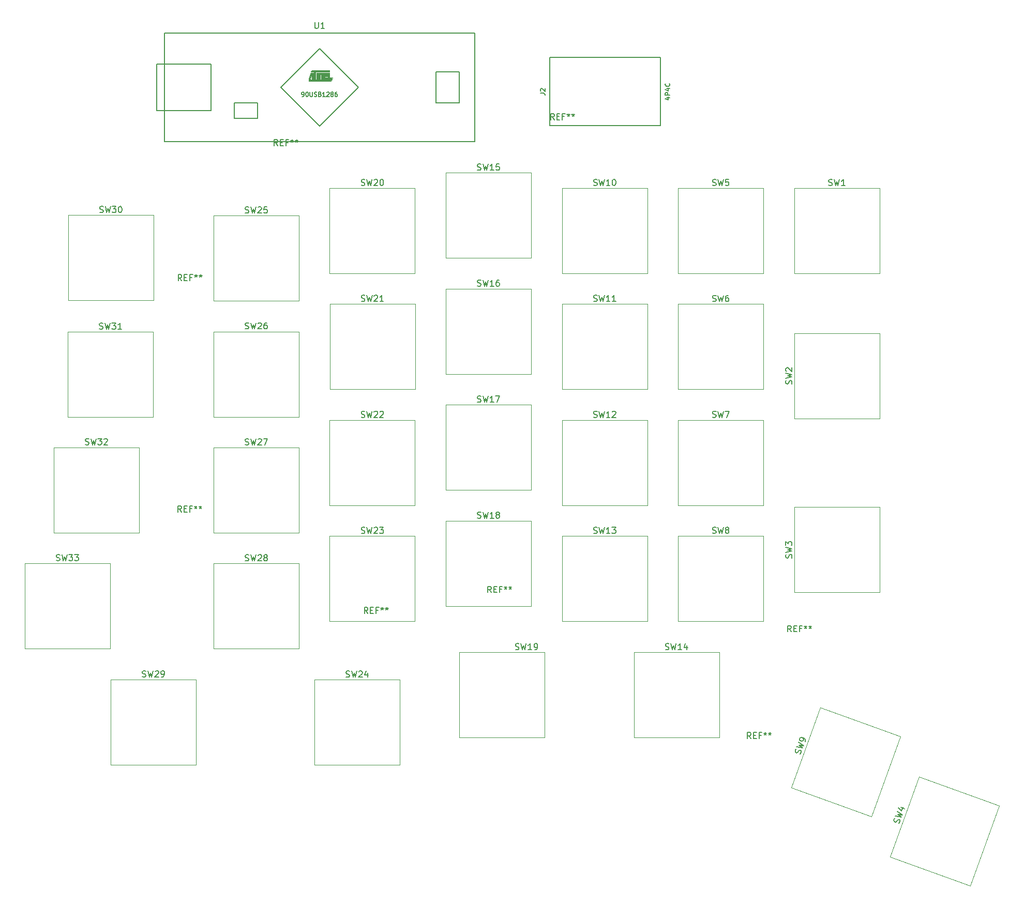
<source format=gto>
G04 #@! TF.GenerationSoftware,KiCad,Pcbnew,5.1.9-73d0e3b20d~88~ubuntu20.04.1*
G04 #@! TF.CreationDate,2021-01-19T00:22:37+03:00*
G04 #@! TF.ProjectId,jeaex-left,6a656165-782d-46c6-9566-742e6b696361,rev?*
G04 #@! TF.SameCoordinates,Original*
G04 #@! TF.FileFunction,Legend,Top*
G04 #@! TF.FilePolarity,Positive*
%FSLAX46Y46*%
G04 Gerber Fmt 4.6, Leading zero omitted, Abs format (unit mm)*
G04 Created by KiCad (PCBNEW 5.1.9-73d0e3b20d~88~ubuntu20.04.1) date 2021-01-19 00:22:37*
%MOMM*%
%LPD*%
G01*
G04 APERTURE LIST*
%ADD10C,0.150000*%
%ADD11C,0.100000*%
%ADD12C,0.120000*%
G04 APERTURE END LIST*
D10*
X140820000Y-83210000D02*
X140820000Y-75590000D01*
X131930000Y-75590000D02*
X131930000Y-83210000D01*
X140820000Y-75590000D02*
X131930000Y-75590000D01*
X140820000Y-83210000D02*
X131930000Y-83210000D01*
X144630000Y-84480000D02*
X148440000Y-84480000D01*
X148440000Y-84480000D02*
X148440000Y-83210000D01*
X148440000Y-83210000D02*
X148440000Y-81940000D01*
X148440000Y-81940000D02*
X144630000Y-81940000D01*
X144630000Y-81940000D02*
X144630000Y-84480000D01*
X181460000Y-81940000D02*
X177650000Y-81940000D01*
X177650000Y-81940000D02*
X177650000Y-76860000D01*
X177650000Y-76860000D02*
X181460000Y-76860000D01*
X181460000Y-76860000D02*
X181460000Y-81940000D01*
X158600000Y-85750000D02*
X152250000Y-79400000D01*
X152250000Y-79400000D02*
X158600000Y-73050000D01*
X158600000Y-73050000D02*
X164950000Y-79400000D01*
X164950000Y-79400000D02*
X158600000Y-85750000D01*
X133200000Y-70510000D02*
X184000000Y-70510000D01*
X184000000Y-70510000D02*
X184000000Y-88290000D01*
X184000000Y-88290000D02*
X133200000Y-88290000D01*
X133200000Y-88290000D02*
X133200000Y-70510000D01*
D11*
G36*
X157584000Y-78003000D02*
G01*
X157584000Y-76987000D01*
X157203000Y-76987000D01*
X156822000Y-78003000D01*
X157076000Y-78003000D01*
X157330000Y-77241000D01*
X157330000Y-78003000D01*
X157584000Y-78003000D01*
G37*
X157584000Y-78003000D02*
X157584000Y-76987000D01*
X157203000Y-76987000D01*
X156822000Y-78003000D01*
X157076000Y-78003000D01*
X157330000Y-77241000D01*
X157330000Y-78003000D01*
X157584000Y-78003000D01*
G36*
X159108000Y-78003000D02*
G01*
X159108000Y-76987000D01*
X158092000Y-76987000D01*
X158092000Y-78003000D01*
X158346000Y-78003000D01*
X158346000Y-77241000D01*
X158473000Y-77241000D01*
X158473000Y-78003000D01*
X158727000Y-78003000D01*
X158727000Y-77241000D01*
X158854000Y-77241000D01*
X158854000Y-78003000D01*
X159108000Y-78003000D01*
G37*
X159108000Y-78003000D02*
X159108000Y-76987000D01*
X158092000Y-76987000D01*
X158092000Y-78003000D01*
X158346000Y-78003000D01*
X158346000Y-77241000D01*
X158473000Y-77241000D01*
X158473000Y-78003000D01*
X158727000Y-78003000D01*
X158727000Y-77241000D01*
X158854000Y-77241000D01*
X158854000Y-78003000D01*
X159108000Y-78003000D01*
G36*
X160251000Y-76860000D02*
G01*
X157965000Y-76860000D01*
X157965000Y-78003000D01*
X157711000Y-78003000D01*
X157711000Y-76860000D01*
X157203000Y-76860000D01*
X157330000Y-76606000D01*
X160251000Y-76606000D01*
X160251000Y-76860000D01*
G37*
X160251000Y-76860000D02*
X157965000Y-76860000D01*
X157965000Y-78003000D01*
X157711000Y-78003000D01*
X157711000Y-76860000D01*
X157203000Y-76860000D01*
X157330000Y-76606000D01*
X160251000Y-76606000D01*
X160251000Y-76860000D01*
G36*
X159997000Y-76987000D02*
G01*
X159997000Y-78003000D01*
X160632000Y-78003000D01*
X160759000Y-77749000D01*
X160251000Y-77749000D01*
X160251000Y-76987000D01*
X159997000Y-76987000D01*
G37*
X159997000Y-76987000D02*
X159997000Y-78003000D01*
X160632000Y-78003000D01*
X160759000Y-77749000D01*
X160251000Y-77749000D01*
X160251000Y-76987000D01*
X159997000Y-76987000D01*
G36*
X159235000Y-76987000D02*
G01*
X159870000Y-76987000D01*
X159870000Y-77241000D01*
X159489000Y-77241000D01*
X159489000Y-77368000D01*
X159870000Y-77368000D01*
X159870000Y-77622000D01*
X159489000Y-77622000D01*
X159489000Y-77749000D01*
X159870000Y-77749000D01*
X159870000Y-78003000D01*
X159235000Y-78003000D01*
X159235000Y-76987000D01*
G37*
X159235000Y-76987000D02*
X159870000Y-76987000D01*
X159870000Y-77241000D01*
X159489000Y-77241000D01*
X159489000Y-77368000D01*
X159870000Y-77368000D01*
X159870000Y-77622000D01*
X159489000Y-77622000D01*
X159489000Y-77749000D01*
X159870000Y-77749000D01*
X159870000Y-78003000D01*
X159235000Y-78003000D01*
X159235000Y-76987000D01*
G36*
X156822000Y-78130000D02*
G01*
X160632000Y-78130000D01*
X160505000Y-78384000D01*
X156822000Y-78384000D01*
X156822000Y-78130000D01*
G37*
X156822000Y-78130000D02*
X160632000Y-78130000D01*
X160505000Y-78384000D01*
X156822000Y-78384000D01*
X156822000Y-78130000D01*
D10*
X214410000Y-74480000D02*
X196310000Y-74480000D01*
X196310000Y-74480000D02*
X196310000Y-85660000D01*
X196310000Y-85660000D02*
X214410000Y-85660000D01*
X214410000Y-85660000D02*
X214410000Y-74480000D01*
D12*
X236315000Y-109865000D02*
X236315000Y-95895000D01*
X250285000Y-109865000D02*
X236315000Y-109865000D01*
X250285000Y-95895000D02*
X250285000Y-109865000D01*
X236315000Y-95895000D02*
X250285000Y-95895000D01*
X250345000Y-133615000D02*
X236375000Y-133615000D01*
X250345000Y-119645000D02*
X250345000Y-133615000D01*
X236375000Y-119645000D02*
X250345000Y-119645000D01*
X236375000Y-133615000D02*
X236375000Y-119645000D01*
X236365000Y-162115000D02*
X236365000Y-148145000D01*
X236365000Y-148145000D02*
X250335000Y-148145000D01*
X250335000Y-148145000D02*
X250335000Y-162115000D01*
X250335000Y-162115000D02*
X236365000Y-162115000D01*
X251982144Y-205439024D02*
X256760165Y-192311518D01*
X256760165Y-192311518D02*
X269887671Y-197089539D01*
X269887671Y-197089539D02*
X265109650Y-210217045D01*
X265109650Y-210217045D02*
X251982144Y-205439024D01*
X217295000Y-109855000D02*
X217295000Y-95885000D01*
X231265000Y-109855000D02*
X217295000Y-109855000D01*
X231265000Y-95885000D02*
X231265000Y-109855000D01*
X217295000Y-95885000D02*
X231265000Y-95885000D01*
X217295000Y-128855000D02*
X217295000Y-114885000D01*
X231265000Y-128855000D02*
X217295000Y-128855000D01*
X231265000Y-114885000D02*
X231265000Y-128855000D01*
X217295000Y-114885000D02*
X231265000Y-114885000D01*
X217295000Y-133875000D02*
X231265000Y-133875000D01*
X231265000Y-133875000D02*
X231265000Y-147845000D01*
X231265000Y-147845000D02*
X217295000Y-147845000D01*
X217295000Y-147845000D02*
X217295000Y-133875000D01*
X217295000Y-152875000D02*
X231265000Y-152875000D01*
X231265000Y-152875000D02*
X231265000Y-166845000D01*
X231265000Y-166845000D02*
X217295000Y-166845000D01*
X217295000Y-166845000D02*
X217295000Y-152875000D01*
X248949650Y-198867045D02*
X235822144Y-194089024D01*
X253727671Y-185739539D02*
X248949650Y-198867045D01*
X240600165Y-180961518D02*
X253727671Y-185739539D01*
X235822144Y-194089024D02*
X240600165Y-180961518D01*
X198295000Y-109845000D02*
X198295000Y-95875000D01*
X212265000Y-109845000D02*
X198295000Y-109845000D01*
X212265000Y-95875000D02*
X212265000Y-109845000D01*
X198295000Y-95875000D02*
X212265000Y-95875000D01*
X198295000Y-128845000D02*
X198295000Y-114875000D01*
X212265000Y-128845000D02*
X198295000Y-128845000D01*
X212265000Y-114875000D02*
X212265000Y-128845000D01*
X198295000Y-114875000D02*
X212265000Y-114875000D01*
X198295000Y-147855000D02*
X198295000Y-133885000D01*
X212265000Y-147855000D02*
X198295000Y-147855000D01*
X212265000Y-133885000D02*
X212265000Y-147855000D01*
X198295000Y-133885000D02*
X212265000Y-133885000D01*
X198295000Y-152885000D02*
X212265000Y-152885000D01*
X212265000Y-152885000D02*
X212265000Y-166855000D01*
X212265000Y-166855000D02*
X198295000Y-166855000D01*
X198295000Y-166855000D02*
X198295000Y-152885000D01*
X210055000Y-185905000D02*
X210055000Y-171935000D01*
X224025000Y-185905000D02*
X210055000Y-185905000D01*
X224025000Y-171935000D02*
X224025000Y-185905000D01*
X210055000Y-171935000D02*
X224025000Y-171935000D01*
X179265000Y-107345000D02*
X179265000Y-93375000D01*
X193235000Y-107345000D02*
X179265000Y-107345000D01*
X193235000Y-93375000D02*
X193235000Y-107345000D01*
X179265000Y-93375000D02*
X193235000Y-93375000D01*
X179265000Y-112375000D02*
X193235000Y-112375000D01*
X193235000Y-112375000D02*
X193235000Y-126345000D01*
X193235000Y-126345000D02*
X179265000Y-126345000D01*
X179265000Y-126345000D02*
X179265000Y-112375000D01*
X179265000Y-131375000D02*
X193235000Y-131375000D01*
X193235000Y-131375000D02*
X193235000Y-145345000D01*
X193235000Y-145345000D02*
X179265000Y-145345000D01*
X179265000Y-145345000D02*
X179265000Y-131375000D01*
X179265000Y-150385000D02*
X193235000Y-150385000D01*
X193235000Y-150385000D02*
X193235000Y-164355000D01*
X193235000Y-164355000D02*
X179265000Y-164355000D01*
X179265000Y-164355000D02*
X179265000Y-150385000D01*
X181515000Y-185895000D02*
X181515000Y-171925000D01*
X195485000Y-185895000D02*
X181515000Y-185895000D01*
X195485000Y-171925000D02*
X195485000Y-185895000D01*
X181515000Y-171925000D02*
X195485000Y-171925000D01*
X160265000Y-95885000D02*
X174235000Y-95885000D01*
X174235000Y-95885000D02*
X174235000Y-109855000D01*
X174235000Y-109855000D02*
X160265000Y-109855000D01*
X160265000Y-109855000D02*
X160265000Y-95885000D01*
X160275000Y-114875000D02*
X174245000Y-114875000D01*
X174245000Y-114875000D02*
X174245000Y-128845000D01*
X174245000Y-128845000D02*
X160275000Y-128845000D01*
X160275000Y-128845000D02*
X160275000Y-114875000D01*
X160265000Y-133885000D02*
X174235000Y-133885000D01*
X174235000Y-133885000D02*
X174235000Y-147855000D01*
X174235000Y-147855000D02*
X160265000Y-147855000D01*
X160265000Y-147855000D02*
X160265000Y-133885000D01*
X160265000Y-152885000D02*
X174235000Y-152885000D01*
X174235000Y-152885000D02*
X174235000Y-166855000D01*
X174235000Y-166855000D02*
X160265000Y-166855000D01*
X160265000Y-166855000D02*
X160265000Y-152885000D01*
X157765000Y-176435000D02*
X171735000Y-176435000D01*
X171735000Y-176435000D02*
X171735000Y-190405000D01*
X171735000Y-190405000D02*
X157765000Y-190405000D01*
X157765000Y-190405000D02*
X157765000Y-176435000D01*
X141265000Y-100385000D02*
X155235000Y-100385000D01*
X155235000Y-100385000D02*
X155235000Y-114355000D01*
X155235000Y-114355000D02*
X141265000Y-114355000D01*
X141265000Y-114355000D02*
X141265000Y-100385000D01*
X141265000Y-133345000D02*
X141265000Y-119375000D01*
X155235000Y-133345000D02*
X141265000Y-133345000D01*
X155235000Y-119375000D02*
X155235000Y-133345000D01*
X141265000Y-119375000D02*
X155235000Y-119375000D01*
X141265000Y-152355000D02*
X141265000Y-138385000D01*
X155235000Y-152355000D02*
X141265000Y-152355000D01*
X155235000Y-138385000D02*
X155235000Y-152355000D01*
X141265000Y-138385000D02*
X155235000Y-138385000D01*
X141275000Y-171355000D02*
X141275000Y-157385000D01*
X155245000Y-171355000D02*
X141275000Y-171355000D01*
X155245000Y-157385000D02*
X155245000Y-171355000D01*
X141275000Y-157385000D02*
X155245000Y-157385000D01*
X124425000Y-190375000D02*
X124425000Y-176405000D01*
X138395000Y-190375000D02*
X124425000Y-190375000D01*
X138395000Y-176405000D02*
X138395000Y-190375000D01*
X124425000Y-176405000D02*
X138395000Y-176405000D01*
X117445000Y-114285000D02*
X117445000Y-100315000D01*
X131415000Y-114285000D02*
X117445000Y-114285000D01*
X131415000Y-100315000D02*
X131415000Y-114285000D01*
X117445000Y-100315000D02*
X131415000Y-100315000D01*
X117395000Y-119415000D02*
X131365000Y-119415000D01*
X131365000Y-119415000D02*
X131365000Y-133385000D01*
X131365000Y-133385000D02*
X117395000Y-133385000D01*
X117395000Y-133385000D02*
X117395000Y-119415000D01*
X115095000Y-138355000D02*
X129065000Y-138355000D01*
X129065000Y-138355000D02*
X129065000Y-152325000D01*
X129065000Y-152325000D02*
X115095000Y-152325000D01*
X115095000Y-152325000D02*
X115095000Y-138355000D01*
X110345000Y-157355000D02*
X124315000Y-157355000D01*
X124315000Y-157355000D02*
X124315000Y-171325000D01*
X124315000Y-171325000D02*
X110345000Y-171325000D01*
X110345000Y-171325000D02*
X110345000Y-157355000D01*
D10*
X229226666Y-186062380D02*
X228893333Y-185586190D01*
X228655238Y-186062380D02*
X228655238Y-185062380D01*
X229036190Y-185062380D01*
X229131428Y-185110000D01*
X229179047Y-185157619D01*
X229226666Y-185252857D01*
X229226666Y-185395714D01*
X229179047Y-185490952D01*
X229131428Y-185538571D01*
X229036190Y-185586190D01*
X228655238Y-185586190D01*
X229655238Y-185538571D02*
X229988571Y-185538571D01*
X230131428Y-186062380D02*
X229655238Y-186062380D01*
X229655238Y-185062380D01*
X230131428Y-185062380D01*
X230893333Y-185538571D02*
X230560000Y-185538571D01*
X230560000Y-186062380D02*
X230560000Y-185062380D01*
X231036190Y-185062380D01*
X231560000Y-185062380D02*
X231560000Y-185300476D01*
X231321904Y-185205238D02*
X231560000Y-185300476D01*
X231798095Y-185205238D01*
X231417142Y-185490952D02*
X231560000Y-185300476D01*
X231702857Y-185490952D01*
X232321904Y-185062380D02*
X232321904Y-185300476D01*
X232083809Y-185205238D02*
X232321904Y-185300476D01*
X232560000Y-185205238D01*
X232179047Y-185490952D02*
X232321904Y-185300476D01*
X232464761Y-185490952D01*
X235836666Y-168552380D02*
X235503333Y-168076190D01*
X235265238Y-168552380D02*
X235265238Y-167552380D01*
X235646190Y-167552380D01*
X235741428Y-167600000D01*
X235789047Y-167647619D01*
X235836666Y-167742857D01*
X235836666Y-167885714D01*
X235789047Y-167980952D01*
X235741428Y-168028571D01*
X235646190Y-168076190D01*
X235265238Y-168076190D01*
X236265238Y-168028571D02*
X236598571Y-168028571D01*
X236741428Y-168552380D02*
X236265238Y-168552380D01*
X236265238Y-167552380D01*
X236741428Y-167552380D01*
X237503333Y-168028571D02*
X237170000Y-168028571D01*
X237170000Y-168552380D02*
X237170000Y-167552380D01*
X237646190Y-167552380D01*
X238170000Y-167552380D02*
X238170000Y-167790476D01*
X237931904Y-167695238D02*
X238170000Y-167790476D01*
X238408095Y-167695238D01*
X238027142Y-167980952D02*
X238170000Y-167790476D01*
X238312857Y-167980952D01*
X238931904Y-167552380D02*
X238931904Y-167790476D01*
X238693809Y-167695238D02*
X238931904Y-167790476D01*
X239170000Y-167695238D01*
X238789047Y-167980952D02*
X238931904Y-167790476D01*
X239074761Y-167980952D01*
X186726666Y-162122380D02*
X186393333Y-161646190D01*
X186155238Y-162122380D02*
X186155238Y-161122380D01*
X186536190Y-161122380D01*
X186631428Y-161170000D01*
X186679047Y-161217619D01*
X186726666Y-161312857D01*
X186726666Y-161455714D01*
X186679047Y-161550952D01*
X186631428Y-161598571D01*
X186536190Y-161646190D01*
X186155238Y-161646190D01*
X187155238Y-161598571D02*
X187488571Y-161598571D01*
X187631428Y-162122380D02*
X187155238Y-162122380D01*
X187155238Y-161122380D01*
X187631428Y-161122380D01*
X188393333Y-161598571D02*
X188060000Y-161598571D01*
X188060000Y-162122380D02*
X188060000Y-161122380D01*
X188536190Y-161122380D01*
X189060000Y-161122380D02*
X189060000Y-161360476D01*
X188821904Y-161265238D02*
X189060000Y-161360476D01*
X189298095Y-161265238D01*
X188917142Y-161550952D02*
X189060000Y-161360476D01*
X189202857Y-161550952D01*
X189821904Y-161122380D02*
X189821904Y-161360476D01*
X189583809Y-161265238D02*
X189821904Y-161360476D01*
X190060000Y-161265238D01*
X189679047Y-161550952D02*
X189821904Y-161360476D01*
X189964761Y-161550952D01*
X166516666Y-165542380D02*
X166183333Y-165066190D01*
X165945238Y-165542380D02*
X165945238Y-164542380D01*
X166326190Y-164542380D01*
X166421428Y-164590000D01*
X166469047Y-164637619D01*
X166516666Y-164732857D01*
X166516666Y-164875714D01*
X166469047Y-164970952D01*
X166421428Y-165018571D01*
X166326190Y-165066190D01*
X165945238Y-165066190D01*
X166945238Y-165018571D02*
X167278571Y-165018571D01*
X167421428Y-165542380D02*
X166945238Y-165542380D01*
X166945238Y-164542380D01*
X167421428Y-164542380D01*
X168183333Y-165018571D02*
X167850000Y-165018571D01*
X167850000Y-165542380D02*
X167850000Y-164542380D01*
X168326190Y-164542380D01*
X168850000Y-164542380D02*
X168850000Y-164780476D01*
X168611904Y-164685238D02*
X168850000Y-164780476D01*
X169088095Y-164685238D01*
X168707142Y-164970952D02*
X168850000Y-164780476D01*
X168992857Y-164970952D01*
X169611904Y-164542380D02*
X169611904Y-164780476D01*
X169373809Y-164685238D02*
X169611904Y-164780476D01*
X169850000Y-164685238D01*
X169469047Y-164970952D02*
X169611904Y-164780476D01*
X169754761Y-164970952D01*
X136006666Y-148922380D02*
X135673333Y-148446190D01*
X135435238Y-148922380D02*
X135435238Y-147922380D01*
X135816190Y-147922380D01*
X135911428Y-147970000D01*
X135959047Y-148017619D01*
X136006666Y-148112857D01*
X136006666Y-148255714D01*
X135959047Y-148350952D01*
X135911428Y-148398571D01*
X135816190Y-148446190D01*
X135435238Y-148446190D01*
X136435238Y-148398571D02*
X136768571Y-148398571D01*
X136911428Y-148922380D02*
X136435238Y-148922380D01*
X136435238Y-147922380D01*
X136911428Y-147922380D01*
X137673333Y-148398571D02*
X137340000Y-148398571D01*
X137340000Y-148922380D02*
X137340000Y-147922380D01*
X137816190Y-147922380D01*
X138340000Y-147922380D02*
X138340000Y-148160476D01*
X138101904Y-148065238D02*
X138340000Y-148160476D01*
X138578095Y-148065238D01*
X138197142Y-148350952D02*
X138340000Y-148160476D01*
X138482857Y-148350952D01*
X139101904Y-147922380D02*
X139101904Y-148160476D01*
X138863809Y-148065238D02*
X139101904Y-148160476D01*
X139340000Y-148065238D01*
X138959047Y-148350952D02*
X139101904Y-148160476D01*
X139244761Y-148350952D01*
X136046666Y-111052380D02*
X135713333Y-110576190D01*
X135475238Y-111052380D02*
X135475238Y-110052380D01*
X135856190Y-110052380D01*
X135951428Y-110100000D01*
X135999047Y-110147619D01*
X136046666Y-110242857D01*
X136046666Y-110385714D01*
X135999047Y-110480952D01*
X135951428Y-110528571D01*
X135856190Y-110576190D01*
X135475238Y-110576190D01*
X136475238Y-110528571D02*
X136808571Y-110528571D01*
X136951428Y-111052380D02*
X136475238Y-111052380D01*
X136475238Y-110052380D01*
X136951428Y-110052380D01*
X137713333Y-110528571D02*
X137380000Y-110528571D01*
X137380000Y-111052380D02*
X137380000Y-110052380D01*
X137856190Y-110052380D01*
X138380000Y-110052380D02*
X138380000Y-110290476D01*
X138141904Y-110195238D02*
X138380000Y-110290476D01*
X138618095Y-110195238D01*
X138237142Y-110480952D02*
X138380000Y-110290476D01*
X138522857Y-110480952D01*
X139141904Y-110052380D02*
X139141904Y-110290476D01*
X138903809Y-110195238D02*
X139141904Y-110290476D01*
X139380000Y-110195238D01*
X138999047Y-110480952D02*
X139141904Y-110290476D01*
X139284761Y-110480952D01*
X151756666Y-88932380D02*
X151423333Y-88456190D01*
X151185238Y-88932380D02*
X151185238Y-87932380D01*
X151566190Y-87932380D01*
X151661428Y-87980000D01*
X151709047Y-88027619D01*
X151756666Y-88122857D01*
X151756666Y-88265714D01*
X151709047Y-88360952D01*
X151661428Y-88408571D01*
X151566190Y-88456190D01*
X151185238Y-88456190D01*
X152185238Y-88408571D02*
X152518571Y-88408571D01*
X152661428Y-88932380D02*
X152185238Y-88932380D01*
X152185238Y-87932380D01*
X152661428Y-87932380D01*
X153423333Y-88408571D02*
X153090000Y-88408571D01*
X153090000Y-88932380D02*
X153090000Y-87932380D01*
X153566190Y-87932380D01*
X154090000Y-87932380D02*
X154090000Y-88170476D01*
X153851904Y-88075238D02*
X154090000Y-88170476D01*
X154328095Y-88075238D01*
X153947142Y-88360952D02*
X154090000Y-88170476D01*
X154232857Y-88360952D01*
X154851904Y-87932380D02*
X154851904Y-88170476D01*
X154613809Y-88075238D02*
X154851904Y-88170476D01*
X155090000Y-88075238D01*
X154709047Y-88360952D02*
X154851904Y-88170476D01*
X154994761Y-88360952D01*
X197026666Y-84662380D02*
X196693333Y-84186190D01*
X196455238Y-84662380D02*
X196455238Y-83662380D01*
X196836190Y-83662380D01*
X196931428Y-83710000D01*
X196979047Y-83757619D01*
X197026666Y-83852857D01*
X197026666Y-83995714D01*
X196979047Y-84090952D01*
X196931428Y-84138571D01*
X196836190Y-84186190D01*
X196455238Y-84186190D01*
X197455238Y-84138571D02*
X197788571Y-84138571D01*
X197931428Y-84662380D02*
X197455238Y-84662380D01*
X197455238Y-83662380D01*
X197931428Y-83662380D01*
X198693333Y-84138571D02*
X198360000Y-84138571D01*
X198360000Y-84662380D02*
X198360000Y-83662380D01*
X198836190Y-83662380D01*
X199360000Y-83662380D02*
X199360000Y-83900476D01*
X199121904Y-83805238D02*
X199360000Y-83900476D01*
X199598095Y-83805238D01*
X199217142Y-84090952D02*
X199360000Y-83900476D01*
X199502857Y-84090952D01*
X200121904Y-83662380D02*
X200121904Y-83900476D01*
X199883809Y-83805238D02*
X200121904Y-83900476D01*
X200360000Y-83805238D01*
X199979047Y-84090952D02*
X200121904Y-83900476D01*
X200264761Y-84090952D01*
X157838095Y-68692380D02*
X157838095Y-69501904D01*
X157885714Y-69597142D01*
X157933333Y-69644761D01*
X158028571Y-69692380D01*
X158219047Y-69692380D01*
X158314285Y-69644761D01*
X158361904Y-69597142D01*
X158409523Y-69501904D01*
X158409523Y-68692380D01*
X159409523Y-69692380D02*
X158838095Y-69692380D01*
X159123809Y-69692380D02*
X159123809Y-68692380D01*
X159028571Y-68835238D01*
X158933333Y-68930476D01*
X158838095Y-68978095D01*
X155750000Y-80859666D02*
X155883333Y-80859666D01*
X155950000Y-80826333D01*
X155983333Y-80793000D01*
X156050000Y-80693000D01*
X156083333Y-80559666D01*
X156083333Y-80293000D01*
X156050000Y-80226333D01*
X156016666Y-80193000D01*
X155950000Y-80159666D01*
X155816666Y-80159666D01*
X155750000Y-80193000D01*
X155716666Y-80226333D01*
X155683333Y-80293000D01*
X155683333Y-80459666D01*
X155716666Y-80526333D01*
X155750000Y-80559666D01*
X155816666Y-80593000D01*
X155950000Y-80593000D01*
X156016666Y-80559666D01*
X156050000Y-80526333D01*
X156083333Y-80459666D01*
X156516666Y-80159666D02*
X156583333Y-80159666D01*
X156650000Y-80193000D01*
X156683333Y-80226333D01*
X156716666Y-80293000D01*
X156750000Y-80426333D01*
X156750000Y-80593000D01*
X156716666Y-80726333D01*
X156683333Y-80793000D01*
X156650000Y-80826333D01*
X156583333Y-80859666D01*
X156516666Y-80859666D01*
X156450000Y-80826333D01*
X156416666Y-80793000D01*
X156383333Y-80726333D01*
X156350000Y-80593000D01*
X156350000Y-80426333D01*
X156383333Y-80293000D01*
X156416666Y-80226333D01*
X156450000Y-80193000D01*
X156516666Y-80159666D01*
X157050000Y-80159666D02*
X157050000Y-80726333D01*
X157083333Y-80793000D01*
X157116666Y-80826333D01*
X157183333Y-80859666D01*
X157316666Y-80859666D01*
X157383333Y-80826333D01*
X157416666Y-80793000D01*
X157450000Y-80726333D01*
X157450000Y-80159666D01*
X157750000Y-80826333D02*
X157850000Y-80859666D01*
X158016666Y-80859666D01*
X158083333Y-80826333D01*
X158116666Y-80793000D01*
X158150000Y-80726333D01*
X158150000Y-80659666D01*
X158116666Y-80593000D01*
X158083333Y-80559666D01*
X158016666Y-80526333D01*
X157883333Y-80493000D01*
X157816666Y-80459666D01*
X157783333Y-80426333D01*
X157750000Y-80359666D01*
X157750000Y-80293000D01*
X157783333Y-80226333D01*
X157816666Y-80193000D01*
X157883333Y-80159666D01*
X158050000Y-80159666D01*
X158150000Y-80193000D01*
X158683333Y-80493000D02*
X158783333Y-80526333D01*
X158816666Y-80559666D01*
X158850000Y-80626333D01*
X158850000Y-80726333D01*
X158816666Y-80793000D01*
X158783333Y-80826333D01*
X158716666Y-80859666D01*
X158450000Y-80859666D01*
X158450000Y-80159666D01*
X158683333Y-80159666D01*
X158750000Y-80193000D01*
X158783333Y-80226333D01*
X158816666Y-80293000D01*
X158816666Y-80359666D01*
X158783333Y-80426333D01*
X158750000Y-80459666D01*
X158683333Y-80493000D01*
X158450000Y-80493000D01*
X159516666Y-80859666D02*
X159116666Y-80859666D01*
X159316666Y-80859666D02*
X159316666Y-80159666D01*
X159250000Y-80259666D01*
X159183333Y-80326333D01*
X159116666Y-80359666D01*
X159783333Y-80226333D02*
X159816666Y-80193000D01*
X159883333Y-80159666D01*
X160050000Y-80159666D01*
X160116666Y-80193000D01*
X160150000Y-80226333D01*
X160183333Y-80293000D01*
X160183333Y-80359666D01*
X160150000Y-80459666D01*
X159750000Y-80859666D01*
X160183333Y-80859666D01*
X160583333Y-80459666D02*
X160516666Y-80426333D01*
X160483333Y-80393000D01*
X160450000Y-80326333D01*
X160450000Y-80293000D01*
X160483333Y-80226333D01*
X160516666Y-80193000D01*
X160583333Y-80159666D01*
X160716666Y-80159666D01*
X160783333Y-80193000D01*
X160816666Y-80226333D01*
X160850000Y-80293000D01*
X160850000Y-80326333D01*
X160816666Y-80393000D01*
X160783333Y-80426333D01*
X160716666Y-80459666D01*
X160583333Y-80459666D01*
X160516666Y-80493000D01*
X160483333Y-80526333D01*
X160450000Y-80593000D01*
X160450000Y-80726333D01*
X160483333Y-80793000D01*
X160516666Y-80826333D01*
X160583333Y-80859666D01*
X160716666Y-80859666D01*
X160783333Y-80826333D01*
X160816666Y-80793000D01*
X160850000Y-80726333D01*
X160850000Y-80593000D01*
X160816666Y-80526333D01*
X160783333Y-80493000D01*
X160716666Y-80459666D01*
X161450000Y-80159666D02*
X161316666Y-80159666D01*
X161250000Y-80193000D01*
X161216666Y-80226333D01*
X161150000Y-80326333D01*
X161116666Y-80459666D01*
X161116666Y-80726333D01*
X161150000Y-80793000D01*
X161183333Y-80826333D01*
X161250000Y-80859666D01*
X161383333Y-80859666D01*
X161450000Y-80826333D01*
X161483333Y-80793000D01*
X161516666Y-80726333D01*
X161516666Y-80559666D01*
X161483333Y-80493000D01*
X161450000Y-80459666D01*
X161383333Y-80426333D01*
X161250000Y-80426333D01*
X161183333Y-80459666D01*
X161150000Y-80493000D01*
X161116666Y-80559666D01*
X194749285Y-80320000D02*
X195285000Y-80320000D01*
X195392142Y-80355714D01*
X195463571Y-80427142D01*
X195499285Y-80534285D01*
X195499285Y-80605714D01*
X194820714Y-79998571D02*
X194785000Y-79962857D01*
X194749285Y-79891428D01*
X194749285Y-79712857D01*
X194785000Y-79641428D01*
X194820714Y-79605714D01*
X194892142Y-79570000D01*
X194963571Y-79570000D01*
X195070714Y-79605714D01*
X195499285Y-80034285D01*
X195499285Y-79570000D01*
X215449285Y-81034285D02*
X215949285Y-81034285D01*
X215163571Y-81212857D02*
X215699285Y-81391428D01*
X215699285Y-80927142D01*
X215949285Y-80641428D02*
X215199285Y-80641428D01*
X215199285Y-80355714D01*
X215235000Y-80284285D01*
X215270714Y-80248571D01*
X215342142Y-80212857D01*
X215449285Y-80212857D01*
X215520714Y-80248571D01*
X215556428Y-80284285D01*
X215592142Y-80355714D01*
X215592142Y-80641428D01*
X215449285Y-79570000D02*
X215949285Y-79570000D01*
X215163571Y-79748571D02*
X215699285Y-79927142D01*
X215699285Y-79462857D01*
X215877857Y-78748571D02*
X215913571Y-78784285D01*
X215949285Y-78891428D01*
X215949285Y-78962857D01*
X215913571Y-79070000D01*
X215842142Y-79141428D01*
X215770714Y-79177142D01*
X215627857Y-79212857D01*
X215520714Y-79212857D01*
X215377857Y-79177142D01*
X215306428Y-79141428D01*
X215235000Y-79070000D01*
X215199285Y-78962857D01*
X215199285Y-78891428D01*
X215235000Y-78784285D01*
X215270714Y-78748571D01*
X241966666Y-95410761D02*
X242109523Y-95458380D01*
X242347619Y-95458380D01*
X242442857Y-95410761D01*
X242490476Y-95363142D01*
X242538095Y-95267904D01*
X242538095Y-95172666D01*
X242490476Y-95077428D01*
X242442857Y-95029809D01*
X242347619Y-94982190D01*
X242157142Y-94934571D01*
X242061904Y-94886952D01*
X242014285Y-94839333D01*
X241966666Y-94744095D01*
X241966666Y-94648857D01*
X242014285Y-94553619D01*
X242061904Y-94506000D01*
X242157142Y-94458380D01*
X242395238Y-94458380D01*
X242538095Y-94506000D01*
X242871428Y-94458380D02*
X243109523Y-95458380D01*
X243300000Y-94744095D01*
X243490476Y-95458380D01*
X243728571Y-94458380D01*
X244633333Y-95458380D02*
X244061904Y-95458380D01*
X244347619Y-95458380D02*
X244347619Y-94458380D01*
X244252380Y-94601238D01*
X244157142Y-94696476D01*
X244061904Y-94744095D01*
X235890761Y-127963333D02*
X235938380Y-127820476D01*
X235938380Y-127582380D01*
X235890761Y-127487142D01*
X235843142Y-127439523D01*
X235747904Y-127391904D01*
X235652666Y-127391904D01*
X235557428Y-127439523D01*
X235509809Y-127487142D01*
X235462190Y-127582380D01*
X235414571Y-127772857D01*
X235366952Y-127868095D01*
X235319333Y-127915714D01*
X235224095Y-127963333D01*
X235128857Y-127963333D01*
X235033619Y-127915714D01*
X234986000Y-127868095D01*
X234938380Y-127772857D01*
X234938380Y-127534761D01*
X234986000Y-127391904D01*
X234938380Y-127058571D02*
X235938380Y-126820476D01*
X235224095Y-126630000D01*
X235938380Y-126439523D01*
X234938380Y-126201428D01*
X235033619Y-125868095D02*
X234986000Y-125820476D01*
X234938380Y-125725238D01*
X234938380Y-125487142D01*
X234986000Y-125391904D01*
X235033619Y-125344285D01*
X235128857Y-125296666D01*
X235224095Y-125296666D01*
X235366952Y-125344285D01*
X235938380Y-125915714D01*
X235938380Y-125296666D01*
X235880761Y-156463333D02*
X235928380Y-156320476D01*
X235928380Y-156082380D01*
X235880761Y-155987142D01*
X235833142Y-155939523D01*
X235737904Y-155891904D01*
X235642666Y-155891904D01*
X235547428Y-155939523D01*
X235499809Y-155987142D01*
X235452190Y-156082380D01*
X235404571Y-156272857D01*
X235356952Y-156368095D01*
X235309333Y-156415714D01*
X235214095Y-156463333D01*
X235118857Y-156463333D01*
X235023619Y-156415714D01*
X234976000Y-156368095D01*
X234928380Y-156272857D01*
X234928380Y-156034761D01*
X234976000Y-155891904D01*
X234928380Y-155558571D02*
X235928380Y-155320476D01*
X235214095Y-155130000D01*
X235928380Y-154939523D01*
X234928380Y-154701428D01*
X234928380Y-154415714D02*
X234928380Y-153796666D01*
X235309333Y-154130000D01*
X235309333Y-153987142D01*
X235356952Y-153891904D01*
X235404571Y-153844285D01*
X235499809Y-153796666D01*
X235737904Y-153796666D01*
X235833142Y-153844285D01*
X235880761Y-153891904D01*
X235928380Y-153987142D01*
X235928380Y-154272857D01*
X235880761Y-154368095D01*
X235833142Y-154415714D01*
X253460092Y-199962575D02*
X253553700Y-199844620D01*
X253635133Y-199620883D01*
X253622959Y-199515102D01*
X253594499Y-199454068D01*
X253521291Y-199376747D01*
X253431796Y-199344174D01*
X253326015Y-199356348D01*
X253264981Y-199384809D01*
X253187660Y-199458017D01*
X253077766Y-199620719D01*
X253000446Y-199693927D01*
X252939412Y-199722387D01*
X252833631Y-199734561D01*
X252744136Y-199701988D01*
X252670928Y-199624667D01*
X252642468Y-199563633D01*
X252630294Y-199457852D01*
X252711727Y-199234116D01*
X252805334Y-199116161D01*
X252874594Y-198786643D02*
X253895720Y-198904927D01*
X253289658Y-198481638D01*
X254026013Y-198546949D01*
X253167754Y-197981192D01*
X253757858Y-197334496D02*
X254384320Y-197562509D01*
X253318447Y-197427938D02*
X253908222Y-197895975D01*
X254119949Y-197314260D01*
X222946666Y-95400761D02*
X223089523Y-95448380D01*
X223327619Y-95448380D01*
X223422857Y-95400761D01*
X223470476Y-95353142D01*
X223518095Y-95257904D01*
X223518095Y-95162666D01*
X223470476Y-95067428D01*
X223422857Y-95019809D01*
X223327619Y-94972190D01*
X223137142Y-94924571D01*
X223041904Y-94876952D01*
X222994285Y-94829333D01*
X222946666Y-94734095D01*
X222946666Y-94638857D01*
X222994285Y-94543619D01*
X223041904Y-94496000D01*
X223137142Y-94448380D01*
X223375238Y-94448380D01*
X223518095Y-94496000D01*
X223851428Y-94448380D02*
X224089523Y-95448380D01*
X224280000Y-94734095D01*
X224470476Y-95448380D01*
X224708571Y-94448380D01*
X225565714Y-94448380D02*
X225089523Y-94448380D01*
X225041904Y-94924571D01*
X225089523Y-94876952D01*
X225184761Y-94829333D01*
X225422857Y-94829333D01*
X225518095Y-94876952D01*
X225565714Y-94924571D01*
X225613333Y-95019809D01*
X225613333Y-95257904D01*
X225565714Y-95353142D01*
X225518095Y-95400761D01*
X225422857Y-95448380D01*
X225184761Y-95448380D01*
X225089523Y-95400761D01*
X225041904Y-95353142D01*
X222946666Y-114400761D02*
X223089523Y-114448380D01*
X223327619Y-114448380D01*
X223422857Y-114400761D01*
X223470476Y-114353142D01*
X223518095Y-114257904D01*
X223518095Y-114162666D01*
X223470476Y-114067428D01*
X223422857Y-114019809D01*
X223327619Y-113972190D01*
X223137142Y-113924571D01*
X223041904Y-113876952D01*
X222994285Y-113829333D01*
X222946666Y-113734095D01*
X222946666Y-113638857D01*
X222994285Y-113543619D01*
X223041904Y-113496000D01*
X223137142Y-113448380D01*
X223375238Y-113448380D01*
X223518095Y-113496000D01*
X223851428Y-113448380D02*
X224089523Y-114448380D01*
X224280000Y-113734095D01*
X224470476Y-114448380D01*
X224708571Y-113448380D01*
X225518095Y-113448380D02*
X225327619Y-113448380D01*
X225232380Y-113496000D01*
X225184761Y-113543619D01*
X225089523Y-113686476D01*
X225041904Y-113876952D01*
X225041904Y-114257904D01*
X225089523Y-114353142D01*
X225137142Y-114400761D01*
X225232380Y-114448380D01*
X225422857Y-114448380D01*
X225518095Y-114400761D01*
X225565714Y-114353142D01*
X225613333Y-114257904D01*
X225613333Y-114019809D01*
X225565714Y-113924571D01*
X225518095Y-113876952D01*
X225422857Y-113829333D01*
X225232380Y-113829333D01*
X225137142Y-113876952D01*
X225089523Y-113924571D01*
X225041904Y-114019809D01*
X222946666Y-133390761D02*
X223089523Y-133438380D01*
X223327619Y-133438380D01*
X223422857Y-133390761D01*
X223470476Y-133343142D01*
X223518095Y-133247904D01*
X223518095Y-133152666D01*
X223470476Y-133057428D01*
X223422857Y-133009809D01*
X223327619Y-132962190D01*
X223137142Y-132914571D01*
X223041904Y-132866952D01*
X222994285Y-132819333D01*
X222946666Y-132724095D01*
X222946666Y-132628857D01*
X222994285Y-132533619D01*
X223041904Y-132486000D01*
X223137142Y-132438380D01*
X223375238Y-132438380D01*
X223518095Y-132486000D01*
X223851428Y-132438380D02*
X224089523Y-133438380D01*
X224280000Y-132724095D01*
X224470476Y-133438380D01*
X224708571Y-132438380D01*
X224994285Y-132438380D02*
X225660952Y-132438380D01*
X225232380Y-133438380D01*
X222946666Y-152390761D02*
X223089523Y-152438380D01*
X223327619Y-152438380D01*
X223422857Y-152390761D01*
X223470476Y-152343142D01*
X223518095Y-152247904D01*
X223518095Y-152152666D01*
X223470476Y-152057428D01*
X223422857Y-152009809D01*
X223327619Y-151962190D01*
X223137142Y-151914571D01*
X223041904Y-151866952D01*
X222994285Y-151819333D01*
X222946666Y-151724095D01*
X222946666Y-151628857D01*
X222994285Y-151533619D01*
X223041904Y-151486000D01*
X223137142Y-151438380D01*
X223375238Y-151438380D01*
X223518095Y-151486000D01*
X223851428Y-151438380D02*
X224089523Y-152438380D01*
X224280000Y-151724095D01*
X224470476Y-152438380D01*
X224708571Y-151438380D01*
X225232380Y-151866952D02*
X225137142Y-151819333D01*
X225089523Y-151771714D01*
X225041904Y-151676476D01*
X225041904Y-151628857D01*
X225089523Y-151533619D01*
X225137142Y-151486000D01*
X225232380Y-151438380D01*
X225422857Y-151438380D01*
X225518095Y-151486000D01*
X225565714Y-151533619D01*
X225613333Y-151628857D01*
X225613333Y-151676476D01*
X225565714Y-151771714D01*
X225518095Y-151819333D01*
X225422857Y-151866952D01*
X225232380Y-151866952D01*
X225137142Y-151914571D01*
X225089523Y-151962190D01*
X225041904Y-152057428D01*
X225041904Y-152247904D01*
X225089523Y-152343142D01*
X225137142Y-152390761D01*
X225232380Y-152438380D01*
X225422857Y-152438380D01*
X225518095Y-152390761D01*
X225565714Y-152343142D01*
X225613333Y-152247904D01*
X225613333Y-152057428D01*
X225565714Y-151962190D01*
X225518095Y-151914571D01*
X225422857Y-151866952D01*
X237300092Y-188612575D02*
X237393700Y-188494620D01*
X237475133Y-188270883D01*
X237462959Y-188165102D01*
X237434499Y-188104068D01*
X237361291Y-188026747D01*
X237271796Y-187994174D01*
X237166015Y-188006348D01*
X237104981Y-188034809D01*
X237027660Y-188108017D01*
X236917766Y-188270719D01*
X236840446Y-188343927D01*
X236779412Y-188372387D01*
X236673631Y-188384561D01*
X236584136Y-188351988D01*
X236510928Y-188274667D01*
X236482468Y-188213633D01*
X236470294Y-188107852D01*
X236551727Y-187884116D01*
X236645334Y-187766161D01*
X236714594Y-187436643D02*
X237735720Y-187554927D01*
X237129658Y-187131638D01*
X237866013Y-187196949D01*
X237007754Y-186631192D01*
X238094027Y-186570487D02*
X238159173Y-186391498D01*
X238146999Y-186285717D01*
X238118539Y-186224683D01*
X238016870Y-186086328D01*
X237854168Y-185976434D01*
X237496190Y-185846141D01*
X237390409Y-185858315D01*
X237329375Y-185886775D01*
X237252054Y-185959983D01*
X237186907Y-186138972D01*
X237199081Y-186244754D01*
X237227542Y-186305788D01*
X237300750Y-186383108D01*
X237524486Y-186464542D01*
X237630267Y-186452368D01*
X237691301Y-186423907D01*
X237768622Y-186350699D01*
X237833769Y-186171710D01*
X237821595Y-186065929D01*
X237793134Y-186004895D01*
X237719926Y-185927574D01*
X203470476Y-95390761D02*
X203613333Y-95438380D01*
X203851428Y-95438380D01*
X203946666Y-95390761D01*
X203994285Y-95343142D01*
X204041904Y-95247904D01*
X204041904Y-95152666D01*
X203994285Y-95057428D01*
X203946666Y-95009809D01*
X203851428Y-94962190D01*
X203660952Y-94914571D01*
X203565714Y-94866952D01*
X203518095Y-94819333D01*
X203470476Y-94724095D01*
X203470476Y-94628857D01*
X203518095Y-94533619D01*
X203565714Y-94486000D01*
X203660952Y-94438380D01*
X203899047Y-94438380D01*
X204041904Y-94486000D01*
X204375238Y-94438380D02*
X204613333Y-95438380D01*
X204803809Y-94724095D01*
X204994285Y-95438380D01*
X205232380Y-94438380D01*
X206137142Y-95438380D02*
X205565714Y-95438380D01*
X205851428Y-95438380D02*
X205851428Y-94438380D01*
X205756190Y-94581238D01*
X205660952Y-94676476D01*
X205565714Y-94724095D01*
X206756190Y-94438380D02*
X206851428Y-94438380D01*
X206946666Y-94486000D01*
X206994285Y-94533619D01*
X207041904Y-94628857D01*
X207089523Y-94819333D01*
X207089523Y-95057428D01*
X207041904Y-95247904D01*
X206994285Y-95343142D01*
X206946666Y-95390761D01*
X206851428Y-95438380D01*
X206756190Y-95438380D01*
X206660952Y-95390761D01*
X206613333Y-95343142D01*
X206565714Y-95247904D01*
X206518095Y-95057428D01*
X206518095Y-94819333D01*
X206565714Y-94628857D01*
X206613333Y-94533619D01*
X206660952Y-94486000D01*
X206756190Y-94438380D01*
X203470476Y-114390761D02*
X203613333Y-114438380D01*
X203851428Y-114438380D01*
X203946666Y-114390761D01*
X203994285Y-114343142D01*
X204041904Y-114247904D01*
X204041904Y-114152666D01*
X203994285Y-114057428D01*
X203946666Y-114009809D01*
X203851428Y-113962190D01*
X203660952Y-113914571D01*
X203565714Y-113866952D01*
X203518095Y-113819333D01*
X203470476Y-113724095D01*
X203470476Y-113628857D01*
X203518095Y-113533619D01*
X203565714Y-113486000D01*
X203660952Y-113438380D01*
X203899047Y-113438380D01*
X204041904Y-113486000D01*
X204375238Y-113438380D02*
X204613333Y-114438380D01*
X204803809Y-113724095D01*
X204994285Y-114438380D01*
X205232380Y-113438380D01*
X206137142Y-114438380D02*
X205565714Y-114438380D01*
X205851428Y-114438380D02*
X205851428Y-113438380D01*
X205756190Y-113581238D01*
X205660952Y-113676476D01*
X205565714Y-113724095D01*
X207089523Y-114438380D02*
X206518095Y-114438380D01*
X206803809Y-114438380D02*
X206803809Y-113438380D01*
X206708571Y-113581238D01*
X206613333Y-113676476D01*
X206518095Y-113724095D01*
X203470476Y-133400761D02*
X203613333Y-133448380D01*
X203851428Y-133448380D01*
X203946666Y-133400761D01*
X203994285Y-133353142D01*
X204041904Y-133257904D01*
X204041904Y-133162666D01*
X203994285Y-133067428D01*
X203946666Y-133019809D01*
X203851428Y-132972190D01*
X203660952Y-132924571D01*
X203565714Y-132876952D01*
X203518095Y-132829333D01*
X203470476Y-132734095D01*
X203470476Y-132638857D01*
X203518095Y-132543619D01*
X203565714Y-132496000D01*
X203660952Y-132448380D01*
X203899047Y-132448380D01*
X204041904Y-132496000D01*
X204375238Y-132448380D02*
X204613333Y-133448380D01*
X204803809Y-132734095D01*
X204994285Y-133448380D01*
X205232380Y-132448380D01*
X206137142Y-133448380D02*
X205565714Y-133448380D01*
X205851428Y-133448380D02*
X205851428Y-132448380D01*
X205756190Y-132591238D01*
X205660952Y-132686476D01*
X205565714Y-132734095D01*
X206518095Y-132543619D02*
X206565714Y-132496000D01*
X206660952Y-132448380D01*
X206899047Y-132448380D01*
X206994285Y-132496000D01*
X207041904Y-132543619D01*
X207089523Y-132638857D01*
X207089523Y-132734095D01*
X207041904Y-132876952D01*
X206470476Y-133448380D01*
X207089523Y-133448380D01*
X203470476Y-152400761D02*
X203613333Y-152448380D01*
X203851428Y-152448380D01*
X203946666Y-152400761D01*
X203994285Y-152353142D01*
X204041904Y-152257904D01*
X204041904Y-152162666D01*
X203994285Y-152067428D01*
X203946666Y-152019809D01*
X203851428Y-151972190D01*
X203660952Y-151924571D01*
X203565714Y-151876952D01*
X203518095Y-151829333D01*
X203470476Y-151734095D01*
X203470476Y-151638857D01*
X203518095Y-151543619D01*
X203565714Y-151496000D01*
X203660952Y-151448380D01*
X203899047Y-151448380D01*
X204041904Y-151496000D01*
X204375238Y-151448380D02*
X204613333Y-152448380D01*
X204803809Y-151734095D01*
X204994285Y-152448380D01*
X205232380Y-151448380D01*
X206137142Y-152448380D02*
X205565714Y-152448380D01*
X205851428Y-152448380D02*
X205851428Y-151448380D01*
X205756190Y-151591238D01*
X205660952Y-151686476D01*
X205565714Y-151734095D01*
X206470476Y-151448380D02*
X207089523Y-151448380D01*
X206756190Y-151829333D01*
X206899047Y-151829333D01*
X206994285Y-151876952D01*
X207041904Y-151924571D01*
X207089523Y-152019809D01*
X207089523Y-152257904D01*
X207041904Y-152353142D01*
X206994285Y-152400761D01*
X206899047Y-152448380D01*
X206613333Y-152448380D01*
X206518095Y-152400761D01*
X206470476Y-152353142D01*
X215230476Y-171450761D02*
X215373333Y-171498380D01*
X215611428Y-171498380D01*
X215706666Y-171450761D01*
X215754285Y-171403142D01*
X215801904Y-171307904D01*
X215801904Y-171212666D01*
X215754285Y-171117428D01*
X215706666Y-171069809D01*
X215611428Y-171022190D01*
X215420952Y-170974571D01*
X215325714Y-170926952D01*
X215278095Y-170879333D01*
X215230476Y-170784095D01*
X215230476Y-170688857D01*
X215278095Y-170593619D01*
X215325714Y-170546000D01*
X215420952Y-170498380D01*
X215659047Y-170498380D01*
X215801904Y-170546000D01*
X216135238Y-170498380D02*
X216373333Y-171498380D01*
X216563809Y-170784095D01*
X216754285Y-171498380D01*
X216992380Y-170498380D01*
X217897142Y-171498380D02*
X217325714Y-171498380D01*
X217611428Y-171498380D02*
X217611428Y-170498380D01*
X217516190Y-170641238D01*
X217420952Y-170736476D01*
X217325714Y-170784095D01*
X218754285Y-170831714D02*
X218754285Y-171498380D01*
X218516190Y-170450761D02*
X218278095Y-171165047D01*
X218897142Y-171165047D01*
X184440476Y-92890761D02*
X184583333Y-92938380D01*
X184821428Y-92938380D01*
X184916666Y-92890761D01*
X184964285Y-92843142D01*
X185011904Y-92747904D01*
X185011904Y-92652666D01*
X184964285Y-92557428D01*
X184916666Y-92509809D01*
X184821428Y-92462190D01*
X184630952Y-92414571D01*
X184535714Y-92366952D01*
X184488095Y-92319333D01*
X184440476Y-92224095D01*
X184440476Y-92128857D01*
X184488095Y-92033619D01*
X184535714Y-91986000D01*
X184630952Y-91938380D01*
X184869047Y-91938380D01*
X185011904Y-91986000D01*
X185345238Y-91938380D02*
X185583333Y-92938380D01*
X185773809Y-92224095D01*
X185964285Y-92938380D01*
X186202380Y-91938380D01*
X187107142Y-92938380D02*
X186535714Y-92938380D01*
X186821428Y-92938380D02*
X186821428Y-91938380D01*
X186726190Y-92081238D01*
X186630952Y-92176476D01*
X186535714Y-92224095D01*
X188011904Y-91938380D02*
X187535714Y-91938380D01*
X187488095Y-92414571D01*
X187535714Y-92366952D01*
X187630952Y-92319333D01*
X187869047Y-92319333D01*
X187964285Y-92366952D01*
X188011904Y-92414571D01*
X188059523Y-92509809D01*
X188059523Y-92747904D01*
X188011904Y-92843142D01*
X187964285Y-92890761D01*
X187869047Y-92938380D01*
X187630952Y-92938380D01*
X187535714Y-92890761D01*
X187488095Y-92843142D01*
X184440476Y-111890761D02*
X184583333Y-111938380D01*
X184821428Y-111938380D01*
X184916666Y-111890761D01*
X184964285Y-111843142D01*
X185011904Y-111747904D01*
X185011904Y-111652666D01*
X184964285Y-111557428D01*
X184916666Y-111509809D01*
X184821428Y-111462190D01*
X184630952Y-111414571D01*
X184535714Y-111366952D01*
X184488095Y-111319333D01*
X184440476Y-111224095D01*
X184440476Y-111128857D01*
X184488095Y-111033619D01*
X184535714Y-110986000D01*
X184630952Y-110938380D01*
X184869047Y-110938380D01*
X185011904Y-110986000D01*
X185345238Y-110938380D02*
X185583333Y-111938380D01*
X185773809Y-111224095D01*
X185964285Y-111938380D01*
X186202380Y-110938380D01*
X187107142Y-111938380D02*
X186535714Y-111938380D01*
X186821428Y-111938380D02*
X186821428Y-110938380D01*
X186726190Y-111081238D01*
X186630952Y-111176476D01*
X186535714Y-111224095D01*
X187964285Y-110938380D02*
X187773809Y-110938380D01*
X187678571Y-110986000D01*
X187630952Y-111033619D01*
X187535714Y-111176476D01*
X187488095Y-111366952D01*
X187488095Y-111747904D01*
X187535714Y-111843142D01*
X187583333Y-111890761D01*
X187678571Y-111938380D01*
X187869047Y-111938380D01*
X187964285Y-111890761D01*
X188011904Y-111843142D01*
X188059523Y-111747904D01*
X188059523Y-111509809D01*
X188011904Y-111414571D01*
X187964285Y-111366952D01*
X187869047Y-111319333D01*
X187678571Y-111319333D01*
X187583333Y-111366952D01*
X187535714Y-111414571D01*
X187488095Y-111509809D01*
X184440476Y-130890761D02*
X184583333Y-130938380D01*
X184821428Y-130938380D01*
X184916666Y-130890761D01*
X184964285Y-130843142D01*
X185011904Y-130747904D01*
X185011904Y-130652666D01*
X184964285Y-130557428D01*
X184916666Y-130509809D01*
X184821428Y-130462190D01*
X184630952Y-130414571D01*
X184535714Y-130366952D01*
X184488095Y-130319333D01*
X184440476Y-130224095D01*
X184440476Y-130128857D01*
X184488095Y-130033619D01*
X184535714Y-129986000D01*
X184630952Y-129938380D01*
X184869047Y-129938380D01*
X185011904Y-129986000D01*
X185345238Y-129938380D02*
X185583333Y-130938380D01*
X185773809Y-130224095D01*
X185964285Y-130938380D01*
X186202380Y-129938380D01*
X187107142Y-130938380D02*
X186535714Y-130938380D01*
X186821428Y-130938380D02*
X186821428Y-129938380D01*
X186726190Y-130081238D01*
X186630952Y-130176476D01*
X186535714Y-130224095D01*
X187440476Y-129938380D02*
X188107142Y-129938380D01*
X187678571Y-130938380D01*
X184440476Y-149900761D02*
X184583333Y-149948380D01*
X184821428Y-149948380D01*
X184916666Y-149900761D01*
X184964285Y-149853142D01*
X185011904Y-149757904D01*
X185011904Y-149662666D01*
X184964285Y-149567428D01*
X184916666Y-149519809D01*
X184821428Y-149472190D01*
X184630952Y-149424571D01*
X184535714Y-149376952D01*
X184488095Y-149329333D01*
X184440476Y-149234095D01*
X184440476Y-149138857D01*
X184488095Y-149043619D01*
X184535714Y-148996000D01*
X184630952Y-148948380D01*
X184869047Y-148948380D01*
X185011904Y-148996000D01*
X185345238Y-148948380D02*
X185583333Y-149948380D01*
X185773809Y-149234095D01*
X185964285Y-149948380D01*
X186202380Y-148948380D01*
X187107142Y-149948380D02*
X186535714Y-149948380D01*
X186821428Y-149948380D02*
X186821428Y-148948380D01*
X186726190Y-149091238D01*
X186630952Y-149186476D01*
X186535714Y-149234095D01*
X187678571Y-149376952D02*
X187583333Y-149329333D01*
X187535714Y-149281714D01*
X187488095Y-149186476D01*
X187488095Y-149138857D01*
X187535714Y-149043619D01*
X187583333Y-148996000D01*
X187678571Y-148948380D01*
X187869047Y-148948380D01*
X187964285Y-148996000D01*
X188011904Y-149043619D01*
X188059523Y-149138857D01*
X188059523Y-149186476D01*
X188011904Y-149281714D01*
X187964285Y-149329333D01*
X187869047Y-149376952D01*
X187678571Y-149376952D01*
X187583333Y-149424571D01*
X187535714Y-149472190D01*
X187488095Y-149567428D01*
X187488095Y-149757904D01*
X187535714Y-149853142D01*
X187583333Y-149900761D01*
X187678571Y-149948380D01*
X187869047Y-149948380D01*
X187964285Y-149900761D01*
X188011904Y-149853142D01*
X188059523Y-149757904D01*
X188059523Y-149567428D01*
X188011904Y-149472190D01*
X187964285Y-149424571D01*
X187869047Y-149376952D01*
X190670476Y-171454761D02*
X190813333Y-171502380D01*
X191051428Y-171502380D01*
X191146666Y-171454761D01*
X191194285Y-171407142D01*
X191241904Y-171311904D01*
X191241904Y-171216666D01*
X191194285Y-171121428D01*
X191146666Y-171073809D01*
X191051428Y-171026190D01*
X190860952Y-170978571D01*
X190765714Y-170930952D01*
X190718095Y-170883333D01*
X190670476Y-170788095D01*
X190670476Y-170692857D01*
X190718095Y-170597619D01*
X190765714Y-170550000D01*
X190860952Y-170502380D01*
X191099047Y-170502380D01*
X191241904Y-170550000D01*
X191575238Y-170502380D02*
X191813333Y-171502380D01*
X192003809Y-170788095D01*
X192194285Y-171502380D01*
X192432380Y-170502380D01*
X193337142Y-171502380D02*
X192765714Y-171502380D01*
X193051428Y-171502380D02*
X193051428Y-170502380D01*
X192956190Y-170645238D01*
X192860952Y-170740476D01*
X192765714Y-170788095D01*
X193813333Y-171502380D02*
X194003809Y-171502380D01*
X194099047Y-171454761D01*
X194146666Y-171407142D01*
X194241904Y-171264285D01*
X194289523Y-171073809D01*
X194289523Y-170692857D01*
X194241904Y-170597619D01*
X194194285Y-170550000D01*
X194099047Y-170502380D01*
X193908571Y-170502380D01*
X193813333Y-170550000D01*
X193765714Y-170597619D01*
X193718095Y-170692857D01*
X193718095Y-170930952D01*
X193765714Y-171026190D01*
X193813333Y-171073809D01*
X193908571Y-171121428D01*
X194099047Y-171121428D01*
X194194285Y-171073809D01*
X194241904Y-171026190D01*
X194289523Y-170930952D01*
X165440476Y-95400761D02*
X165583333Y-95448380D01*
X165821428Y-95448380D01*
X165916666Y-95400761D01*
X165964285Y-95353142D01*
X166011904Y-95257904D01*
X166011904Y-95162666D01*
X165964285Y-95067428D01*
X165916666Y-95019809D01*
X165821428Y-94972190D01*
X165630952Y-94924571D01*
X165535714Y-94876952D01*
X165488095Y-94829333D01*
X165440476Y-94734095D01*
X165440476Y-94638857D01*
X165488095Y-94543619D01*
X165535714Y-94496000D01*
X165630952Y-94448380D01*
X165869047Y-94448380D01*
X166011904Y-94496000D01*
X166345238Y-94448380D02*
X166583333Y-95448380D01*
X166773809Y-94734095D01*
X166964285Y-95448380D01*
X167202380Y-94448380D01*
X167535714Y-94543619D02*
X167583333Y-94496000D01*
X167678571Y-94448380D01*
X167916666Y-94448380D01*
X168011904Y-94496000D01*
X168059523Y-94543619D01*
X168107142Y-94638857D01*
X168107142Y-94734095D01*
X168059523Y-94876952D01*
X167488095Y-95448380D01*
X168107142Y-95448380D01*
X168726190Y-94448380D02*
X168821428Y-94448380D01*
X168916666Y-94496000D01*
X168964285Y-94543619D01*
X169011904Y-94638857D01*
X169059523Y-94829333D01*
X169059523Y-95067428D01*
X169011904Y-95257904D01*
X168964285Y-95353142D01*
X168916666Y-95400761D01*
X168821428Y-95448380D01*
X168726190Y-95448380D01*
X168630952Y-95400761D01*
X168583333Y-95353142D01*
X168535714Y-95257904D01*
X168488095Y-95067428D01*
X168488095Y-94829333D01*
X168535714Y-94638857D01*
X168583333Y-94543619D01*
X168630952Y-94496000D01*
X168726190Y-94448380D01*
X165450476Y-114390761D02*
X165593333Y-114438380D01*
X165831428Y-114438380D01*
X165926666Y-114390761D01*
X165974285Y-114343142D01*
X166021904Y-114247904D01*
X166021904Y-114152666D01*
X165974285Y-114057428D01*
X165926666Y-114009809D01*
X165831428Y-113962190D01*
X165640952Y-113914571D01*
X165545714Y-113866952D01*
X165498095Y-113819333D01*
X165450476Y-113724095D01*
X165450476Y-113628857D01*
X165498095Y-113533619D01*
X165545714Y-113486000D01*
X165640952Y-113438380D01*
X165879047Y-113438380D01*
X166021904Y-113486000D01*
X166355238Y-113438380D02*
X166593333Y-114438380D01*
X166783809Y-113724095D01*
X166974285Y-114438380D01*
X167212380Y-113438380D01*
X167545714Y-113533619D02*
X167593333Y-113486000D01*
X167688571Y-113438380D01*
X167926666Y-113438380D01*
X168021904Y-113486000D01*
X168069523Y-113533619D01*
X168117142Y-113628857D01*
X168117142Y-113724095D01*
X168069523Y-113866952D01*
X167498095Y-114438380D01*
X168117142Y-114438380D01*
X169069523Y-114438380D02*
X168498095Y-114438380D01*
X168783809Y-114438380D02*
X168783809Y-113438380D01*
X168688571Y-113581238D01*
X168593333Y-113676476D01*
X168498095Y-113724095D01*
X165440476Y-133400761D02*
X165583333Y-133448380D01*
X165821428Y-133448380D01*
X165916666Y-133400761D01*
X165964285Y-133353142D01*
X166011904Y-133257904D01*
X166011904Y-133162666D01*
X165964285Y-133067428D01*
X165916666Y-133019809D01*
X165821428Y-132972190D01*
X165630952Y-132924571D01*
X165535714Y-132876952D01*
X165488095Y-132829333D01*
X165440476Y-132734095D01*
X165440476Y-132638857D01*
X165488095Y-132543619D01*
X165535714Y-132496000D01*
X165630952Y-132448380D01*
X165869047Y-132448380D01*
X166011904Y-132496000D01*
X166345238Y-132448380D02*
X166583333Y-133448380D01*
X166773809Y-132734095D01*
X166964285Y-133448380D01*
X167202380Y-132448380D01*
X167535714Y-132543619D02*
X167583333Y-132496000D01*
X167678571Y-132448380D01*
X167916666Y-132448380D01*
X168011904Y-132496000D01*
X168059523Y-132543619D01*
X168107142Y-132638857D01*
X168107142Y-132734095D01*
X168059523Y-132876952D01*
X167488095Y-133448380D01*
X168107142Y-133448380D01*
X168488095Y-132543619D02*
X168535714Y-132496000D01*
X168630952Y-132448380D01*
X168869047Y-132448380D01*
X168964285Y-132496000D01*
X169011904Y-132543619D01*
X169059523Y-132638857D01*
X169059523Y-132734095D01*
X169011904Y-132876952D01*
X168440476Y-133448380D01*
X169059523Y-133448380D01*
X165440476Y-152400761D02*
X165583333Y-152448380D01*
X165821428Y-152448380D01*
X165916666Y-152400761D01*
X165964285Y-152353142D01*
X166011904Y-152257904D01*
X166011904Y-152162666D01*
X165964285Y-152067428D01*
X165916666Y-152019809D01*
X165821428Y-151972190D01*
X165630952Y-151924571D01*
X165535714Y-151876952D01*
X165488095Y-151829333D01*
X165440476Y-151734095D01*
X165440476Y-151638857D01*
X165488095Y-151543619D01*
X165535714Y-151496000D01*
X165630952Y-151448380D01*
X165869047Y-151448380D01*
X166011904Y-151496000D01*
X166345238Y-151448380D02*
X166583333Y-152448380D01*
X166773809Y-151734095D01*
X166964285Y-152448380D01*
X167202380Y-151448380D01*
X167535714Y-151543619D02*
X167583333Y-151496000D01*
X167678571Y-151448380D01*
X167916666Y-151448380D01*
X168011904Y-151496000D01*
X168059523Y-151543619D01*
X168107142Y-151638857D01*
X168107142Y-151734095D01*
X168059523Y-151876952D01*
X167488095Y-152448380D01*
X168107142Y-152448380D01*
X168440476Y-151448380D02*
X169059523Y-151448380D01*
X168726190Y-151829333D01*
X168869047Y-151829333D01*
X168964285Y-151876952D01*
X169011904Y-151924571D01*
X169059523Y-152019809D01*
X169059523Y-152257904D01*
X169011904Y-152353142D01*
X168964285Y-152400761D01*
X168869047Y-152448380D01*
X168583333Y-152448380D01*
X168488095Y-152400761D01*
X168440476Y-152353142D01*
X162940476Y-175950761D02*
X163083333Y-175998380D01*
X163321428Y-175998380D01*
X163416666Y-175950761D01*
X163464285Y-175903142D01*
X163511904Y-175807904D01*
X163511904Y-175712666D01*
X163464285Y-175617428D01*
X163416666Y-175569809D01*
X163321428Y-175522190D01*
X163130952Y-175474571D01*
X163035714Y-175426952D01*
X162988095Y-175379333D01*
X162940476Y-175284095D01*
X162940476Y-175188857D01*
X162988095Y-175093619D01*
X163035714Y-175046000D01*
X163130952Y-174998380D01*
X163369047Y-174998380D01*
X163511904Y-175046000D01*
X163845238Y-174998380D02*
X164083333Y-175998380D01*
X164273809Y-175284095D01*
X164464285Y-175998380D01*
X164702380Y-174998380D01*
X165035714Y-175093619D02*
X165083333Y-175046000D01*
X165178571Y-174998380D01*
X165416666Y-174998380D01*
X165511904Y-175046000D01*
X165559523Y-175093619D01*
X165607142Y-175188857D01*
X165607142Y-175284095D01*
X165559523Y-175426952D01*
X164988095Y-175998380D01*
X165607142Y-175998380D01*
X166464285Y-175331714D02*
X166464285Y-175998380D01*
X166226190Y-174950761D02*
X165988095Y-175665047D01*
X166607142Y-175665047D01*
X146440476Y-99900761D02*
X146583333Y-99948380D01*
X146821428Y-99948380D01*
X146916666Y-99900761D01*
X146964285Y-99853142D01*
X147011904Y-99757904D01*
X147011904Y-99662666D01*
X146964285Y-99567428D01*
X146916666Y-99519809D01*
X146821428Y-99472190D01*
X146630952Y-99424571D01*
X146535714Y-99376952D01*
X146488095Y-99329333D01*
X146440476Y-99234095D01*
X146440476Y-99138857D01*
X146488095Y-99043619D01*
X146535714Y-98996000D01*
X146630952Y-98948380D01*
X146869047Y-98948380D01*
X147011904Y-98996000D01*
X147345238Y-98948380D02*
X147583333Y-99948380D01*
X147773809Y-99234095D01*
X147964285Y-99948380D01*
X148202380Y-98948380D01*
X148535714Y-99043619D02*
X148583333Y-98996000D01*
X148678571Y-98948380D01*
X148916666Y-98948380D01*
X149011904Y-98996000D01*
X149059523Y-99043619D01*
X149107142Y-99138857D01*
X149107142Y-99234095D01*
X149059523Y-99376952D01*
X148488095Y-99948380D01*
X149107142Y-99948380D01*
X150011904Y-98948380D02*
X149535714Y-98948380D01*
X149488095Y-99424571D01*
X149535714Y-99376952D01*
X149630952Y-99329333D01*
X149869047Y-99329333D01*
X149964285Y-99376952D01*
X150011904Y-99424571D01*
X150059523Y-99519809D01*
X150059523Y-99757904D01*
X150011904Y-99853142D01*
X149964285Y-99900761D01*
X149869047Y-99948380D01*
X149630952Y-99948380D01*
X149535714Y-99900761D01*
X149488095Y-99853142D01*
X146440476Y-118890761D02*
X146583333Y-118938380D01*
X146821428Y-118938380D01*
X146916666Y-118890761D01*
X146964285Y-118843142D01*
X147011904Y-118747904D01*
X147011904Y-118652666D01*
X146964285Y-118557428D01*
X146916666Y-118509809D01*
X146821428Y-118462190D01*
X146630952Y-118414571D01*
X146535714Y-118366952D01*
X146488095Y-118319333D01*
X146440476Y-118224095D01*
X146440476Y-118128857D01*
X146488095Y-118033619D01*
X146535714Y-117986000D01*
X146630952Y-117938380D01*
X146869047Y-117938380D01*
X147011904Y-117986000D01*
X147345238Y-117938380D02*
X147583333Y-118938380D01*
X147773809Y-118224095D01*
X147964285Y-118938380D01*
X148202380Y-117938380D01*
X148535714Y-118033619D02*
X148583333Y-117986000D01*
X148678571Y-117938380D01*
X148916666Y-117938380D01*
X149011904Y-117986000D01*
X149059523Y-118033619D01*
X149107142Y-118128857D01*
X149107142Y-118224095D01*
X149059523Y-118366952D01*
X148488095Y-118938380D01*
X149107142Y-118938380D01*
X149964285Y-117938380D02*
X149773809Y-117938380D01*
X149678571Y-117986000D01*
X149630952Y-118033619D01*
X149535714Y-118176476D01*
X149488095Y-118366952D01*
X149488095Y-118747904D01*
X149535714Y-118843142D01*
X149583333Y-118890761D01*
X149678571Y-118938380D01*
X149869047Y-118938380D01*
X149964285Y-118890761D01*
X150011904Y-118843142D01*
X150059523Y-118747904D01*
X150059523Y-118509809D01*
X150011904Y-118414571D01*
X149964285Y-118366952D01*
X149869047Y-118319333D01*
X149678571Y-118319333D01*
X149583333Y-118366952D01*
X149535714Y-118414571D01*
X149488095Y-118509809D01*
X146440476Y-137900761D02*
X146583333Y-137948380D01*
X146821428Y-137948380D01*
X146916666Y-137900761D01*
X146964285Y-137853142D01*
X147011904Y-137757904D01*
X147011904Y-137662666D01*
X146964285Y-137567428D01*
X146916666Y-137519809D01*
X146821428Y-137472190D01*
X146630952Y-137424571D01*
X146535714Y-137376952D01*
X146488095Y-137329333D01*
X146440476Y-137234095D01*
X146440476Y-137138857D01*
X146488095Y-137043619D01*
X146535714Y-136996000D01*
X146630952Y-136948380D01*
X146869047Y-136948380D01*
X147011904Y-136996000D01*
X147345238Y-136948380D02*
X147583333Y-137948380D01*
X147773809Y-137234095D01*
X147964285Y-137948380D01*
X148202380Y-136948380D01*
X148535714Y-137043619D02*
X148583333Y-136996000D01*
X148678571Y-136948380D01*
X148916666Y-136948380D01*
X149011904Y-136996000D01*
X149059523Y-137043619D01*
X149107142Y-137138857D01*
X149107142Y-137234095D01*
X149059523Y-137376952D01*
X148488095Y-137948380D01*
X149107142Y-137948380D01*
X149440476Y-136948380D02*
X150107142Y-136948380D01*
X149678571Y-137948380D01*
X146450476Y-156900761D02*
X146593333Y-156948380D01*
X146831428Y-156948380D01*
X146926666Y-156900761D01*
X146974285Y-156853142D01*
X147021904Y-156757904D01*
X147021904Y-156662666D01*
X146974285Y-156567428D01*
X146926666Y-156519809D01*
X146831428Y-156472190D01*
X146640952Y-156424571D01*
X146545714Y-156376952D01*
X146498095Y-156329333D01*
X146450476Y-156234095D01*
X146450476Y-156138857D01*
X146498095Y-156043619D01*
X146545714Y-155996000D01*
X146640952Y-155948380D01*
X146879047Y-155948380D01*
X147021904Y-155996000D01*
X147355238Y-155948380D02*
X147593333Y-156948380D01*
X147783809Y-156234095D01*
X147974285Y-156948380D01*
X148212380Y-155948380D01*
X148545714Y-156043619D02*
X148593333Y-155996000D01*
X148688571Y-155948380D01*
X148926666Y-155948380D01*
X149021904Y-155996000D01*
X149069523Y-156043619D01*
X149117142Y-156138857D01*
X149117142Y-156234095D01*
X149069523Y-156376952D01*
X148498095Y-156948380D01*
X149117142Y-156948380D01*
X149688571Y-156376952D02*
X149593333Y-156329333D01*
X149545714Y-156281714D01*
X149498095Y-156186476D01*
X149498095Y-156138857D01*
X149545714Y-156043619D01*
X149593333Y-155996000D01*
X149688571Y-155948380D01*
X149879047Y-155948380D01*
X149974285Y-155996000D01*
X150021904Y-156043619D01*
X150069523Y-156138857D01*
X150069523Y-156186476D01*
X150021904Y-156281714D01*
X149974285Y-156329333D01*
X149879047Y-156376952D01*
X149688571Y-156376952D01*
X149593333Y-156424571D01*
X149545714Y-156472190D01*
X149498095Y-156567428D01*
X149498095Y-156757904D01*
X149545714Y-156853142D01*
X149593333Y-156900761D01*
X149688571Y-156948380D01*
X149879047Y-156948380D01*
X149974285Y-156900761D01*
X150021904Y-156853142D01*
X150069523Y-156757904D01*
X150069523Y-156567428D01*
X150021904Y-156472190D01*
X149974285Y-156424571D01*
X149879047Y-156376952D01*
X129600476Y-175920761D02*
X129743333Y-175968380D01*
X129981428Y-175968380D01*
X130076666Y-175920761D01*
X130124285Y-175873142D01*
X130171904Y-175777904D01*
X130171904Y-175682666D01*
X130124285Y-175587428D01*
X130076666Y-175539809D01*
X129981428Y-175492190D01*
X129790952Y-175444571D01*
X129695714Y-175396952D01*
X129648095Y-175349333D01*
X129600476Y-175254095D01*
X129600476Y-175158857D01*
X129648095Y-175063619D01*
X129695714Y-175016000D01*
X129790952Y-174968380D01*
X130029047Y-174968380D01*
X130171904Y-175016000D01*
X130505238Y-174968380D02*
X130743333Y-175968380D01*
X130933809Y-175254095D01*
X131124285Y-175968380D01*
X131362380Y-174968380D01*
X131695714Y-175063619D02*
X131743333Y-175016000D01*
X131838571Y-174968380D01*
X132076666Y-174968380D01*
X132171904Y-175016000D01*
X132219523Y-175063619D01*
X132267142Y-175158857D01*
X132267142Y-175254095D01*
X132219523Y-175396952D01*
X131648095Y-175968380D01*
X132267142Y-175968380D01*
X132743333Y-175968380D02*
X132933809Y-175968380D01*
X133029047Y-175920761D01*
X133076666Y-175873142D01*
X133171904Y-175730285D01*
X133219523Y-175539809D01*
X133219523Y-175158857D01*
X133171904Y-175063619D01*
X133124285Y-175016000D01*
X133029047Y-174968380D01*
X132838571Y-174968380D01*
X132743333Y-175016000D01*
X132695714Y-175063619D01*
X132648095Y-175158857D01*
X132648095Y-175396952D01*
X132695714Y-175492190D01*
X132743333Y-175539809D01*
X132838571Y-175587428D01*
X133029047Y-175587428D01*
X133124285Y-175539809D01*
X133171904Y-175492190D01*
X133219523Y-175396952D01*
X122620476Y-99830761D02*
X122763333Y-99878380D01*
X123001428Y-99878380D01*
X123096666Y-99830761D01*
X123144285Y-99783142D01*
X123191904Y-99687904D01*
X123191904Y-99592666D01*
X123144285Y-99497428D01*
X123096666Y-99449809D01*
X123001428Y-99402190D01*
X122810952Y-99354571D01*
X122715714Y-99306952D01*
X122668095Y-99259333D01*
X122620476Y-99164095D01*
X122620476Y-99068857D01*
X122668095Y-98973619D01*
X122715714Y-98926000D01*
X122810952Y-98878380D01*
X123049047Y-98878380D01*
X123191904Y-98926000D01*
X123525238Y-98878380D02*
X123763333Y-99878380D01*
X123953809Y-99164095D01*
X124144285Y-99878380D01*
X124382380Y-98878380D01*
X124668095Y-98878380D02*
X125287142Y-98878380D01*
X124953809Y-99259333D01*
X125096666Y-99259333D01*
X125191904Y-99306952D01*
X125239523Y-99354571D01*
X125287142Y-99449809D01*
X125287142Y-99687904D01*
X125239523Y-99783142D01*
X125191904Y-99830761D01*
X125096666Y-99878380D01*
X124810952Y-99878380D01*
X124715714Y-99830761D01*
X124668095Y-99783142D01*
X125906190Y-98878380D02*
X126001428Y-98878380D01*
X126096666Y-98926000D01*
X126144285Y-98973619D01*
X126191904Y-99068857D01*
X126239523Y-99259333D01*
X126239523Y-99497428D01*
X126191904Y-99687904D01*
X126144285Y-99783142D01*
X126096666Y-99830761D01*
X126001428Y-99878380D01*
X125906190Y-99878380D01*
X125810952Y-99830761D01*
X125763333Y-99783142D01*
X125715714Y-99687904D01*
X125668095Y-99497428D01*
X125668095Y-99259333D01*
X125715714Y-99068857D01*
X125763333Y-98973619D01*
X125810952Y-98926000D01*
X125906190Y-98878380D01*
X122570476Y-118930761D02*
X122713333Y-118978380D01*
X122951428Y-118978380D01*
X123046666Y-118930761D01*
X123094285Y-118883142D01*
X123141904Y-118787904D01*
X123141904Y-118692666D01*
X123094285Y-118597428D01*
X123046666Y-118549809D01*
X122951428Y-118502190D01*
X122760952Y-118454571D01*
X122665714Y-118406952D01*
X122618095Y-118359333D01*
X122570476Y-118264095D01*
X122570476Y-118168857D01*
X122618095Y-118073619D01*
X122665714Y-118026000D01*
X122760952Y-117978380D01*
X122999047Y-117978380D01*
X123141904Y-118026000D01*
X123475238Y-117978380D02*
X123713333Y-118978380D01*
X123903809Y-118264095D01*
X124094285Y-118978380D01*
X124332380Y-117978380D01*
X124618095Y-117978380D02*
X125237142Y-117978380D01*
X124903809Y-118359333D01*
X125046666Y-118359333D01*
X125141904Y-118406952D01*
X125189523Y-118454571D01*
X125237142Y-118549809D01*
X125237142Y-118787904D01*
X125189523Y-118883142D01*
X125141904Y-118930761D01*
X125046666Y-118978380D01*
X124760952Y-118978380D01*
X124665714Y-118930761D01*
X124618095Y-118883142D01*
X126189523Y-118978380D02*
X125618095Y-118978380D01*
X125903809Y-118978380D02*
X125903809Y-117978380D01*
X125808571Y-118121238D01*
X125713333Y-118216476D01*
X125618095Y-118264095D01*
X120270476Y-137870761D02*
X120413333Y-137918380D01*
X120651428Y-137918380D01*
X120746666Y-137870761D01*
X120794285Y-137823142D01*
X120841904Y-137727904D01*
X120841904Y-137632666D01*
X120794285Y-137537428D01*
X120746666Y-137489809D01*
X120651428Y-137442190D01*
X120460952Y-137394571D01*
X120365714Y-137346952D01*
X120318095Y-137299333D01*
X120270476Y-137204095D01*
X120270476Y-137108857D01*
X120318095Y-137013619D01*
X120365714Y-136966000D01*
X120460952Y-136918380D01*
X120699047Y-136918380D01*
X120841904Y-136966000D01*
X121175238Y-136918380D02*
X121413333Y-137918380D01*
X121603809Y-137204095D01*
X121794285Y-137918380D01*
X122032380Y-136918380D01*
X122318095Y-136918380D02*
X122937142Y-136918380D01*
X122603809Y-137299333D01*
X122746666Y-137299333D01*
X122841904Y-137346952D01*
X122889523Y-137394571D01*
X122937142Y-137489809D01*
X122937142Y-137727904D01*
X122889523Y-137823142D01*
X122841904Y-137870761D01*
X122746666Y-137918380D01*
X122460952Y-137918380D01*
X122365714Y-137870761D01*
X122318095Y-137823142D01*
X123318095Y-137013619D02*
X123365714Y-136966000D01*
X123460952Y-136918380D01*
X123699047Y-136918380D01*
X123794285Y-136966000D01*
X123841904Y-137013619D01*
X123889523Y-137108857D01*
X123889523Y-137204095D01*
X123841904Y-137346952D01*
X123270476Y-137918380D01*
X123889523Y-137918380D01*
X115520476Y-156870761D02*
X115663333Y-156918380D01*
X115901428Y-156918380D01*
X115996666Y-156870761D01*
X116044285Y-156823142D01*
X116091904Y-156727904D01*
X116091904Y-156632666D01*
X116044285Y-156537428D01*
X115996666Y-156489809D01*
X115901428Y-156442190D01*
X115710952Y-156394571D01*
X115615714Y-156346952D01*
X115568095Y-156299333D01*
X115520476Y-156204095D01*
X115520476Y-156108857D01*
X115568095Y-156013619D01*
X115615714Y-155966000D01*
X115710952Y-155918380D01*
X115949047Y-155918380D01*
X116091904Y-155966000D01*
X116425238Y-155918380D02*
X116663333Y-156918380D01*
X116853809Y-156204095D01*
X117044285Y-156918380D01*
X117282380Y-155918380D01*
X117568095Y-155918380D02*
X118187142Y-155918380D01*
X117853809Y-156299333D01*
X117996666Y-156299333D01*
X118091904Y-156346952D01*
X118139523Y-156394571D01*
X118187142Y-156489809D01*
X118187142Y-156727904D01*
X118139523Y-156823142D01*
X118091904Y-156870761D01*
X117996666Y-156918380D01*
X117710952Y-156918380D01*
X117615714Y-156870761D01*
X117568095Y-156823142D01*
X118520476Y-155918380D02*
X119139523Y-155918380D01*
X118806190Y-156299333D01*
X118949047Y-156299333D01*
X119044285Y-156346952D01*
X119091904Y-156394571D01*
X119139523Y-156489809D01*
X119139523Y-156727904D01*
X119091904Y-156823142D01*
X119044285Y-156870761D01*
X118949047Y-156918380D01*
X118663333Y-156918380D01*
X118568095Y-156870761D01*
X118520476Y-156823142D01*
M02*

</source>
